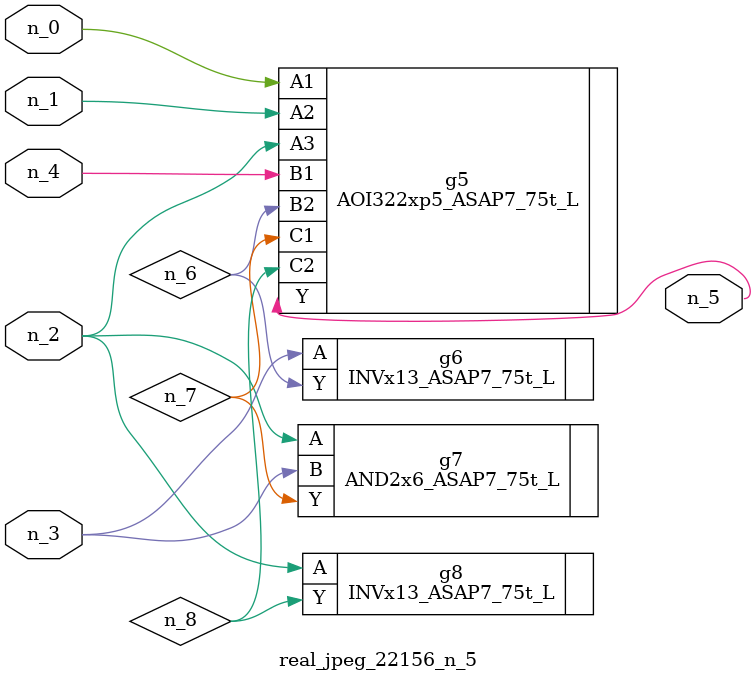
<source format=v>
module real_jpeg_22156_n_5 (n_4, n_0, n_1, n_2, n_3, n_5);

input n_4;
input n_0;
input n_1;
input n_2;
input n_3;

output n_5;

wire n_8;
wire n_6;
wire n_7;

AOI322xp5_ASAP7_75t_L g5 ( 
.A1(n_0),
.A2(n_1),
.A3(n_2),
.B1(n_4),
.B2(n_6),
.C1(n_7),
.C2(n_8),
.Y(n_5)
);

AND2x6_ASAP7_75t_L g7 ( 
.A(n_2),
.B(n_3),
.Y(n_7)
);

INVx13_ASAP7_75t_L g8 ( 
.A(n_2),
.Y(n_8)
);

INVx13_ASAP7_75t_L g6 ( 
.A(n_3),
.Y(n_6)
);


endmodule
</source>
